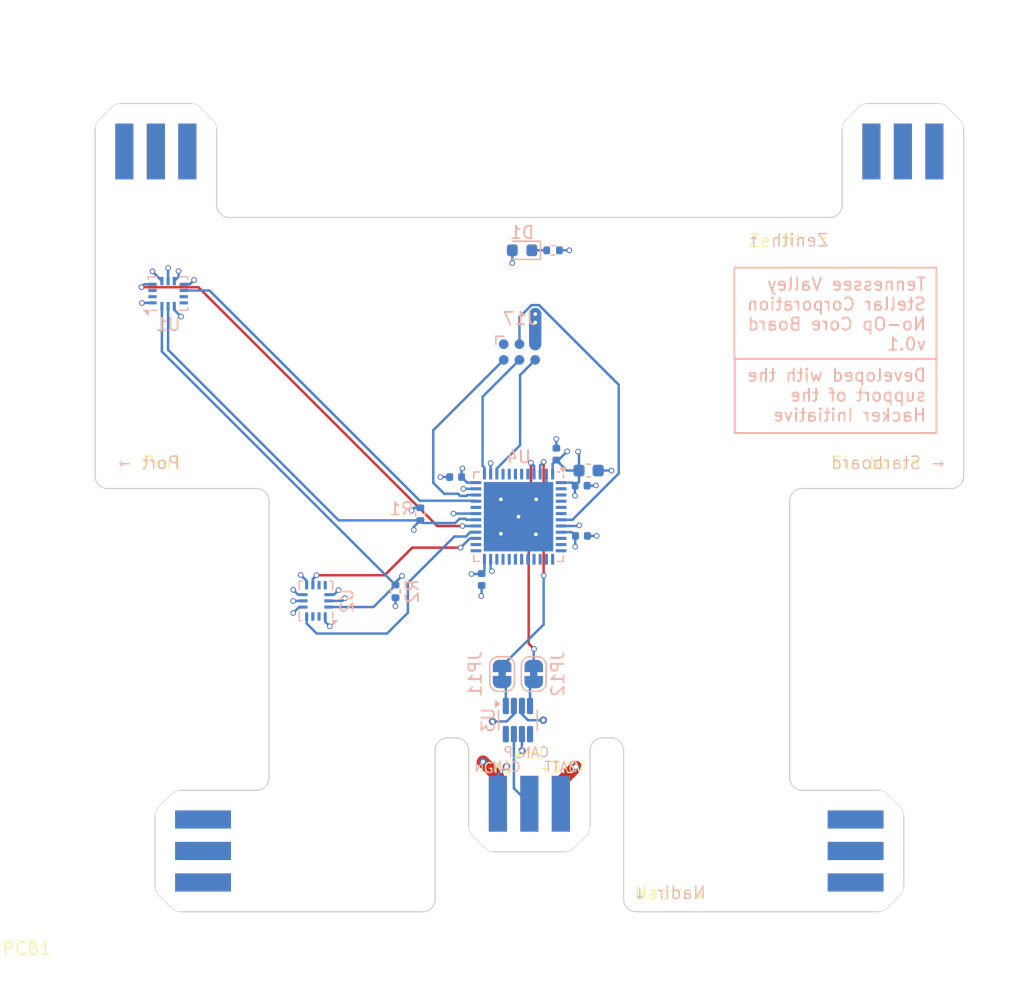
<source format=kicad_pcb>
(kicad_pcb (version 20221018) (generator pcbnew)
  (layers (0 "F.Cu" signal) (1 "In1.Cu" signal) (2 "In2.Cu" signal) (31 "B.Cu" signal) (34 "B.Paste" user) (35 "F.Paste" user) (36 "B.SilkS" user "B.Silkscreen") (37 "F.SilkS" user "F.Silkscreen") (38 "B.Mask" user) (39 "F.Mask" user) (44 "Edge.Cuts" user))
  (property "PCB_VERSION" "0.1")
  (net 0 "")
  (net 1 "GND")
  (net 2 "CAN_N")
  (net 3 "CAN_P")
  (net 4 "+3.3V")
  (net 11 "Net-(D1-K)")
  (net 12 "/MCU/DEBUG_LED_A")
  (net 13 "SWDIO")
  (net 14 "NRST")
  (net 15 "SWCLK")
  (net 16 "TRACESWO")
  (net 17 "Net-(JP11-A)")
  (net 18 "CAN1_TX")
  (net 19 "Net-(JP12-A)")
  (net 20 "CAN1_RX")
  (net 39 "I2C1_SCL")
  (net 40 "I2C1_SDA")
  (net 43 "IMU1_INT1")
  (net 44 "IMU1_INT2")
  (net 49 "IMU2_INT1")
  (net 50 "IMU2_INT2")
  (net 83 "VCC")
  (footprint "footprints:Core_Board_PCB_Shape" (layer "F.Cu") (at 105.29 128.843)
    (fp_text reference "PCB1" (at 0 -0.5 unlocked) (layer "F.SilkS") (effects (font (thickness 0.1)) (justify right)))
    (fp_text value "~")
    (fp_text user "Nadir ↓" (at 46.72 -5 unlocked) (layer "B.SilkS") (effects (font (thickness 0.1)) (justify right mirror)))
    (fp_text user "Port →" (at 10.4 -39.7 unlocked) (layer "B.SilkS") (effects (font (thickness 0.1)) (justify left mirror)))
    (fp_text user "← Starboard" (at 62.76 -39.7 unlocked) (layer "B.SilkS") (effects (font (thickness 0.1)) (justify right mirror)))
    (fp_text user "Zenith ↑" (at 55.91 -57.66 unlocked) (layer "B.SilkS") (effects (font (thickness 0.1)) (justify right mirror)))
    (fp_text user "Starboard →" (at 72.15 -39.7 unlocked) (layer "F.SilkS") (effects (font (thickness 0.1)) (justify right)))
    (fp_text user "Zenith ↑" (at 62.88 -57.62 unlocked) (layer "F.SilkS") (effects (font (thickness 0.1)) (justify right)))
    (fp_text user "← Port" (at 5.21 -39.7 unlocked) (layer "F.SilkS") (effects (font (thickness 0.1)) (justify left)))
    (fp_text user "Nadir ↓" (at 53 -5 unlocked) (layer "F.SilkS") (effects (font (thickness 0.1)) (justify right)))
    (fp_line (start 3.47 -66.655786) (end 3.47 -38.62) (stroke (width 0.1)) (layer "Edge.Cuts"))
    (fp_line (start 4.47 -37.62) (end 16.5 -37.62) (stroke (width 0.1)) (layer "Edge.Cuts"))
    (fp_line (start 4.807107 -68.407107) (end 3.762893 -67.362893) (stroke (width 0.05)) (layer "Edge.Cuts"))
    (fp_line (start 8.3 -11.225786) (end 8.3 -5.514214) (stroke (width 0.1)) (layer "Edge.Cuts"))
    (fp_line (start 8.592893 -4.807107) (end 9.637107 -3.762893) (stroke (width 0.05)) (layer "Edge.Cuts"))
    (fp_line (start 9.637107 -12.977107) (end 8.592893 -11.932893) (stroke (width 0.05)) (layer "Edge.Cuts"))
    (fp_line (start 10.344214 -3.47) (end 29.9 -3.47) (stroke (width 0.1)) (layer "Edge.Cuts"))
    (fp_line (start 11.225786 -68.7) (end 5.514214 -68.7) (stroke (width 0.1)) (layer "Edge.Cuts"))
    (fp_line (start 11.932893 -68.407107) (end 12.977107 -67.362893) (stroke (width 0.05)) (layer "Edge.Cuts"))
    (fp_line (start 13.27 -60.5) (end 13.27 -66.655786) (stroke (width 0.1)) (layer "Edge.Cuts"))
    (fp_line (start 16.5 -13.27) (end 10.344214 -13.27) (stroke (width 0.1)) (layer "Edge.Cuts"))
    (fp_line (start 17.5 -36.62) (end 17.5 -14.27) (stroke (width 0.1)) (layer "Edge.Cuts"))
    (fp_line (start 30.9 -4.47) (end 30.9 -16.5) (stroke (width 0.1)) (layer "Edge.Cuts"))
    (fp_line (start 31.9 -17.5) (end 32.6 -17.5) (stroke (width 0.1)) (layer "Edge.Cuts"))
    (fp_line (start 33.6 -16.5) (end 33.6 -10.344214) (stroke (width 0.1)) (layer "Edge.Cuts"))
    (fp_line (start 33.892893 -9.637107) (end 34.937107 -8.592893) (stroke (width 0.05)) (layer "Edge.Cuts"))
    (fp_line (start 35.644214 -8.3) (end 41.355786 -8.3) (stroke (width 0.1)) (layer "Edge.Cuts"))
    (fp_line (start 43.107107 -9.637107) (end 42.062893 -8.592893) (stroke (width 0.05)) (layer "Edge.Cuts"))
    (fp_line (start 43.4 -10.344214) (end 43.4 -16.5) (stroke (width 0.1)) (layer "Edge.Cuts"))
    (fp_line (start 44.4 -17.5) (end 45.1 -17.5) (stroke (width 0.1)) (layer "Edge.Cuts"))
    (fp_line (start 46.1 -16.5) (end 46.1 -4.47) (stroke (width 0.1)) (layer "Edge.Cuts"))
    (fp_line (start 47.1 -3.47) (end 66.655786 -3.47) (stroke (width 0.1)) (layer "Edge.Cuts"))
    (fp_line (start 59.5 -14.27) (end 59.5 -36.62) (stroke (width 0.1)) (layer "Edge.Cuts"))
    (fp_line (start 60.5 -37.62) (end 72.53 -37.62) (stroke (width 0.1)) (layer "Edge.Cuts"))
    (fp_line (start 62.73 -59.5) (end 14.27 -59.5) (stroke (width 0.1)) (layer "Edge.Cuts"))
    (fp_line (start 63.73 -66.655786) (end 63.73 -60.5) (stroke (width 0.1)) (layer "Edge.Cuts"))
    (fp_line (start 65.067107 -68.407107) (end 64.022893 -67.362893) (stroke (width 0.05)) (layer "Edge.Cuts"))
    (fp_line (start 66.655786 -13.27) (end 60.5 -13.27) (stroke (width 0.1)) (layer "Edge.Cuts"))
    (fp_line (start 67.362893 -12.977107) (end 68.407107 -11.932893) (stroke (width 0.05)) (layer "Edge.Cuts"))
    (fp_line (start 68.407107 -4.807107) (end 67.362893 -3.762893) (stroke (width 0.05)) (layer "Edge.Cuts"))
    (fp_line (start 68.7 -5.514214) (end 68.7 -11.225786) (stroke (width 0.1)) (layer "Edge.Cuts"))
    (fp_line (start 71.485786 -68.7) (end 65.774214 -68.7) (stroke (width 0.1)) (layer "Edge.Cuts"))
    (fp_line (start 72.192893 -68.407107) (end 73.237107 -67.362893) (stroke (width 0.05)) (layer "Edge.Cuts"))
    (fp_line (start 73.53 -38.62) (end 73.53 -66.655786) (stroke (width 0.1)) (layer "Edge.Cuts"))
    (fp_arc (start 3.47 -66.655786) (mid 3.546116 -67.038472) (end 3.762893 -67.362893) (stroke (width 0.05)) (layer "Edge.Cuts"))
    (fp_arc (start 4.47 -37.62) (mid 3.762893 -37.912893) (end 3.47 -38.62) (stroke (width 0.1)) (layer "Edge.Cuts"))
    (fp_arc (start 4.807107 -68.407107) (mid 5.131531 -68.623875) (end 5.514214 -68.7) (stroke (width 0.05)) (layer "Edge.Cuts"))
    (fp_arc (start 8.3 -11.225786) (mid 8.376116 -11.608472) (end 8.592893 -11.932893) (stroke (width 0.05)) (layer "Edge.Cuts"))
    (fp_arc (start 8.592893 -4.807107) (mid 8.376125 -5.131531) (end 8.3 -5.514214) (stroke (width 0.05)) (layer "Edge.Cuts"))
    (fp_arc (start 9.637107 -12.977107) (mid 9.961531 -13.193875) (end 10.344214 -13.27) (stroke (width 0.05)) (layer "Edge.Cuts"))
    (fp_arc (start 10.344214 -3.47) (mid 9.961528 -3.546116) (end 9.637107 -3.762893) (stroke (width 0.05)) (layer "Edge.Cuts"))
    (fp_arc (start 11.225786 -68.7) (mid 11.608472 -68.623884) (end 11.932893 -68.407107) (stroke (width 0.05)) (layer "Edge.Cuts"))
    (fp_arc (start 12.977107 -67.362893) (mid 13.193875 -67.038469) (end 13.27 -66.655786) (stroke (width 0.05)) (layer "Edge.Cuts"))
    (fp_arc (start 14.27 -59.5) (mid 13.562893 -59.792893) (end 13.27 -60.5) (stroke (width 0.1)) (layer "Edge.Cuts"))
    (fp_arc (start 16.5 -37.62) (mid 17.207107 -37.327107) (end 17.5 -36.62) (stroke (width 0.1)) (layer "Edge.Cuts"))
    (fp_arc (start 17.5 -14.27) (mid 17.207107 -13.562893) (end 16.5 -13.27) (stroke (width 0.1)) (layer "Edge.Cuts"))
    (fp_arc (start 30.9 -16.5) (mid 31.192893 -17.207107) (end 31.9 -17.5) (stroke (width 0.1)) (layer "Edge.Cuts"))
    (fp_arc (start 30.9 -4.47) (mid 30.607107 -3.762893) (end 29.9 -3.47) (stroke (width 0.1)) (layer "Edge.Cuts"))
    (fp_arc (start 32.6 -17.5) (mid 33.307107 -17.207107) (end 33.6 -16.5) (stroke (width 0.1)) (layer "Edge.Cuts"))
    (fp_arc (start 33.892893 -9.637107) (mid 33.676125 -9.961531) (end 33.6 -10.344214) (stroke (width 0.05)) (layer "Edge.Cuts"))
    (fp_arc (start 35.644214 -8.3) (mid 35.261528 -8.376116) (end 34.937107 -8.592893) (stroke (width 0.05)) (layer "Edge.Cuts"))
    (fp_arc (start 42.062893 -8.592893) (mid 41.738469 -8.376125) (end 41.355786 -8.3) (stroke (width 0.05)) (layer "Edge.Cuts"))
    (fp_arc (start 43.4 -16.5) (mid 43.692893 -17.207107) (end 44.4 -17.5) (stroke (width 0.1)) (layer "Edge.Cuts"))
    (fp_arc (start 43.4 -10.344214) (mid 43.323884 -9.961528) (end 43.107107 -9.637107) (stroke (width 0.05)) (layer "Edge.Cuts"))
    (fp_arc (start 45.1 -17.5) (mid 45.807107 -17.207107) (end 46.1 -16.5) (stroke (width 0.1)) (layer "Edge.Cuts"))
    (fp_arc (start 47.1 -3.47) (mid 46.392893 -3.762893) (end 46.1 -4.47) (stroke (width 0.1)) (layer "Edge.Cuts"))
    (fp_arc (start 59.5 -36.62) (mid 59.792893 -37.327107) (end 60.5 -37.62) (stroke (width 0.1)) (layer "Edge.Cuts"))
    (fp_arc (start 60.5 -13.27) (mid 59.792893 -13.562893) (end 59.5 -14.27) (stroke (width 0.1)) (layer "Edge.Cuts"))
    (fp_arc (start 63.73 -66.655786) (mid 63.806116 -67.038472) (end 64.022893 -67.362893) (stroke (width 0.05)) (layer "Edge.Cuts"))
    (fp_arc (start 63.73 -60.5) (mid 63.437107 -59.792893) (end 62.73 -59.5) (stroke (width 0.1)) (layer "Edge.Cuts"))
    (fp_arc (start 65.067107 -68.407107) (mid 65.391531 -68.623875) (end 65.774214 -68.7) (stroke (width 0.05)) (layer "Edge.Cuts"))
    (fp_arc (start 66.655786 -13.27) (mid 67.038472 -13.193884) (end 67.362893 -12.977107) (stroke (width 0.05)) (layer "Edge.Cuts"))
    (fp_arc (start 67.362893 -3.762893) (mid 67.038469 -3.546125) (end 66.655786 -3.47) (stroke (width 0.05)) (layer "Edge.Cuts"))
    (fp_arc (start 68.407107 -11.932893) (mid 68.623875 -11.608469) (end 68.7 -11.225786) (stroke (width 0.05)) (layer "Edge.Cuts"))
    (fp_arc (start 68.7 -5.514214) (mid 68.623884 -5.131528) (end 68.407107 -4.807107) (stroke (width 0.05)) (layer "Edge.Cuts"))
    (fp_arc (start 71.485786 -68.7) (mid 71.868472 -68.623884) (end 72.192893 -68.407107) (stroke (width 0.05)) (layer "Edge.Cuts"))
    (fp_arc (start 73.237107 -67.362893) (mid 73.453875 -67.038469) (end 73.53 -66.655786) (stroke (width 0.05)) (layer "Edge.Cuts"))
    (fp_arc (start 73.53 -38.62) (mid 73.237107 -37.912893) (end 72.53 -37.62) (stroke (width 0.1)) (layer "Edge.Cuts"))
    (pad "1" smd rect (at 35.96 -12.18) (size 1.46 4.5) (layers "F.Cu" "F.Paste" "F.Mask") (net 1 "GND"))
    (pad "2" smd rect (at 35.96 -12.18) (size 1.46 4.5) (layers "B.Cu" "B.Paste" "B.Mask") (net 2 "CAN_N"))
    (pad "3" smd rect (at 38.5 -12.18) (size 1.46 4.5) (layers "F.Cu" "F.Paste" "F.Mask"))
    (pad "4" smd rect (at 38.5 -12.18) (size 1.46 4.5) (layers "B.Cu" "B.Paste" "B.Mask") (net 3 "CAN_P"))
    (pad "5" smd rect (at 41.04 -12.18) (size 1.46 4.5) (layers "F.Cu" "F.Paste" "F.Mask") (net 4 "+3.3V"))
    (pad "6" smd rect (at 41.04 -12.18) (size 1.46 4.5) (layers "B.Cu" "B.Paste" "B.Mask"))
    (pad "7" smd rect (at 64.82 -5.83 90) (size 1.46 4.5) (layers "F.Cu" "F.Paste" "F.Mask"))
    (pad "8" smd rect (at 64.82 -5.83 90) (size 1.46 4.5) (layers "B.Cu" "B.Paste" "B.Mask"))
    (pad "9" smd rect (at 64.82 -8.37 90) (size 1.46 4.5) (layers "F.Cu" "F.Paste" "F.Mask"))
    (pad "10" smd rect (at 64.82 -8.37 90) (size 1.46 4.5) (layers "B.Cu" "B.Paste" "B.Mask"))
    (pad "11" smd rect (at 64.82 -10.91 90) (size 1.46 4.5) (layers "F.Cu" "F.Paste" "F.Mask"))
    (pad "12" smd rect (at 64.82 -10.91 90) (size 1.46 4.5) (layers "B.Cu" "B.Paste" "B.Mask"))
    (pad "13" smd rect (at 71.17 -64.82) (size 1.46 4.5) (layers "F.Cu" "F.Paste" "F.Mask"))
    (pad "14" smd rect (at 71.17 -64.82) (size 1.46 4.5) (layers "B.Cu" "B.Paste" "B.Mask"))
    (pad "15" smd rect (at 68.63 -64.82) (size 1.46 4.5) (layers "F.Cu" "F.Paste" "F.Mask"))
    (pad "16" smd rect (at 68.63 -64.82) (size 1.46 4.5) (layers "B.Cu" "B.Paste" "B.Mask"))
    (pad "17" smd rect (at 66.09 -64.82) (size 1.46 4.5) (layers "F.Cu" "F.Paste" "F.Mask"))
    (pad "18" smd rect (at 66.09 -64.82) (size 1.46 4.5) (layers "B.Cu" "B.Paste" "B.Mask"))
    (pad "19" smd rect (at 10.91 -64.82) (size 1.46 4.5) (layers "F.Cu" "F.Paste" "F.Mask"))
    (pad "20" smd rect (at 10.91 -64.82) (size 1.46 4.5) (layers "B.Cu" "B.Paste" "B.Mask"))
    (pad "21" smd rect (at 8.37 -64.82) (size 1.46 4.5) (layers "F.Cu" "F.Paste" "F.Mask"))
    (pad "22" smd rect (at 8.37 -64.82) (size 1.46 4.5) (layers "B.Cu" "B.Paste" "B.Mask"))
    (pad "23" smd rect (at 5.83 -64.82) (size 1.46 4.5) (layers "F.Cu" "F.Paste" "F.Mask"))
    (pad "24" smd rect (at 5.83 -64.82) (size 1.46 4.5) (layers "B.Cu" "B.Paste" "B.Mask"))
    (pad "25" smd rect (at 12.18 -10.91 90) (size 1.46 4.5) (layers "F.Cu" "F.Paste" "F.Mask"))
    (pad "26" smd rect (at 12.18 -10.91 90) (size 1.46 4.5) (layers "B.Cu" "B.Paste" "B.Mask"))
    (pad "27" smd rect (at 12.18 -8.37 90) (size 1.46 4.5) (layers "F.Cu" "F.Paste" "F.Mask"))
    (pad "28" smd rect (at 12.18 -8.37 90) (size 1.46 4.5) (layers "B.Cu" "B.Paste" "B.Mask"))
    (pad "29" smd rect (at 12.18 -5.83 90) (size 1.46 4.5) (layers "F.Cu" "F.Paste" "F.Mask"))
    (pad "30" smd rect (at 12.18 -5.83 90) (size 1.46 4.5) (layers "B.Cu" "B.Paste" "B.Mask"))
  )
  (footprint "footprints:Nondescript_C_0402_1005Metric" (layer "B.Cu") (at 139.94 98.563 -90)
    (fp_text reference "C5" hide)
    (fp_text value "100n")
    (pad "1" smd roundrect (at -0.48 0 270) (size 0.56 0.62) (layers "B.Cu" "B.Paste" "B.Mask") (net 4 "+3.3V"))
    (pad "2" smd roundrect (at 0.48 0 270) (size 0.56 0.62) (layers "B.Cu" "B.Paste" "B.Mask") (net 1 "GND"))
  )
  (footprint "Package_LGA:Bosch_LGA-14_3x2.5mm_P0.5mm" (layer "B.Cu") (at 114.6475 75.4855)
    (fp_text reference "U1" (at 0 2.5) (layer "B.SilkS") (effects (justify mirror)))
    (fp_text value "BMI323")
    (pad "1" smd rect (at -1.2625 0.75) (size 0.675 0.25) (layers "B.Cu" "B.Paste" "B.Mask") (net 1 "GND"))
    (pad "2" smd rect (at -1.2625 0.25) (size 0.675 0.25) (layers "B.Cu" "B.Paste" "B.Mask"))
    (pad "3" smd rect (at -1.2625 -0.25) (size 0.675 0.25) (layers "B.Cu" "B.Paste" "B.Mask"))
    (pad "4" smd rect (at -1.2625 -0.75) (size 0.675 0.25) (layers "B.Cu" "B.Paste" "B.Mask") (net 43 "IMU1_INT1"))
    (pad "5" smd rect (at -0.5 -1.0125) (size 0.25 0.675) (layers "B.Cu" "B.Paste" "B.Mask") (net 4 "+3.3V"))
    (pad "6" smd rect (at 0 -1.0125) (size 0.25 0.675) (layers "B.Cu" "B.Paste" "B.Mask") (net 1 "GND"))
    (pad "7" smd rect (at 0.5 -1.0125) (size 0.25 0.675) (layers "B.Cu" "B.Paste" "B.Mask") (net 1 "GND"))
    (pad "8" smd rect (at 1.2625 -0.75) (size 0.675 0.25) (layers "B.Cu" "B.Paste" "B.Mask") (net 4 "+3.3V"))
    (pad "9" smd rect (at 1.2625 -0.25) (size 0.675 0.25) (layers "B.Cu" "B.Paste" "B.Mask") (net 44 "IMU1_INT2"))
    (pad "10" smd rect (at 1.2625 0.25) (size 0.675 0.25) (layers "B.Cu" "B.Paste" "B.Mask"))
    (pad "11" smd rect (at 1.2625 0.75) (size 0.675 0.25) (layers "B.Cu" "B.Paste" "B.Mask"))
    (pad "12" smd rect (at 0.5 1.0125) (size 0.25 0.675) (layers "B.Cu" "B.Paste" "B.Mask") (net 4 "+3.3V"))
    (pad "13" smd rect (at 0 1.0125) (size 0.25 0.675) (layers "B.Cu" "B.Paste" "B.Mask") (net 39 "I2C1_SCL"))
    (pad "14" smd rect (at -0.5 1.0125) (size 0.25 0.675) (layers "B.Cu" "B.Paste" "B.Mask") (net 40 "I2C1_SDA"))
  )
  (footprint "footprints:Nondescript_C_0402_1005Metric" (layer "B.Cu") (at 137.84 90.293 180)
    (fp_text reference "C6" hide)
    (fp_text value "100n")
    (pad "1" smd roundrect (at -0.48 0 180) (size 0.56 0.62) (layers "B.Cu" "B.Paste" "B.Mask") (net 4 "+3.3V"))
    (pad "2" smd roundrect (at 0.48 0 180) (size 0.56 0.62) (layers "B.Cu" "B.Paste" "B.Mask") (net 1 "GND"))
  )
  (footprint "Package_TO_SOT_SMD:SOT-23-8" (layer "B.Cu") (at 142.865 109.9055 -90)
    (fp_text reference "U3" (at 0 2.4 90) (layer "B.SilkS") (effects (justify mirror)))
    (fp_text value "TCAN330")
    (pad "1" smd roundrect (at -1.1375 0.975 270) (size 1.325 0.5) (layers "B.Cu" "B.Paste" "B.Mask") (net 17 "Net-(JP11-A)"))
    (pad "2" smd roundrect (at -1.1375 0.325 270) (size 1.325 0.5) (layers "B.Cu" "B.Paste" "B.Mask") (net 1 "GND"))
    (pad "3" smd roundrect (at -1.1375 -0.325 270) (size 1.325 0.5) (layers "B.Cu" "B.Paste" "B.Mask") (net 4 "+3.3V"))
    (pad "4" smd roundrect (at -1.1375 -0.975 270) (size 1.325 0.5) (layers "B.Cu" "B.Paste" "B.Mask") (net 19 "Net-(JP12-A)"))
    (pad "5" smd roundrect (at 1.1375 -0.975 270) (size 1.325 0.5) (layers "B.Cu" "B.Paste" "B.Mask"))
    (pad "6" smd roundrect (at 1.1375 -0.325 270) (size 1.325 0.5) (layers "B.Cu" "B.Paste" "B.Mask") (net 2 "CAN_N"))
    (pad "7" smd roundrect (at 1.1375 0.325 270) (size 1.325 0.5) (layers "B.Cu" "B.Paste" "B.Mask") (net 3 "CAN_P"))
    (pad "8" smd roundrect (at 1.1375 0.975 270) (size 1.325 0.5) (layers "B.Cu" "B.Paste" "B.Mask"))
  )
  (footprint "Package_LGA:Bosch_LGA-14_3x2.5mm_P0.5mm" (layer "B.Cu") (at 126.5725 100.2855 90)
    (fp_text reference "U2" (at 0 2.5 90) (layer "B.SilkS") (effects (justify mirror)))
    (fp_text value "BMI323")
    (pad "1" smd rect (at -1.2625 0.75 90) (size 0.675 0.25) (layers "B.Cu" "B.Paste" "B.Mask") (net 4 "+3.3V"))
    (pad "2" smd rect (at -1.2625 0.25 90) (size 0.675 0.25) (layers "B.Cu" "B.Paste" "B.Mask"))
    (pad "3" smd rect (at -1.2625 -0.25 90) (size 0.675 0.25) (layers "B.Cu" "B.Paste" "B.Mask"))
    (pad "4" smd rect (at -1.2625 -0.75 90) (size 0.675 0.25) (layers "B.Cu" "B.Paste" "B.Mask") (net 49 "IMU2_INT1"))
    (pad "5" smd rect (at -0.5 -1.0125 90) (size 0.25 0.675) (layers "B.Cu" "B.Paste" "B.Mask") (net 4 "+3.3V"))
    (pad "6" smd rect (at 0 -1.0125 90) (size 0.25 0.675) (layers "B.Cu" "B.Paste" "B.Mask") (net 1 "GND"))
    (pad "7" smd rect (at 0.5 -1.0125 90) (size 0.25 0.675) (layers "B.Cu" "B.Paste" "B.Mask") (net 1 "GND"))
    (pad "8" smd rect (at 1.2625 -0.75 90) (size 0.675 0.25) (layers "B.Cu" "B.Paste" "B.Mask") (net 4 "+3.3V"))
    (pad "9" smd rect (at 1.2625 -0.25 90) (size 0.675 0.25) (layers "B.Cu" "B.Paste" "B.Mask") (net 50 "IMU2_INT2"))
    (pad "10" smd rect (at 1.2625 0.25 90) (size 0.675 0.25) (layers "B.Cu" "B.Paste" "B.Mask"))
    (pad "11" smd rect (at 1.2625 0.75 90) (size 0.675 0.25) (layers "B.Cu" "B.Paste" "B.Mask"))
    (pad "12" smd rect (at 0.5 1.0125 90) (size 0.25 0.675) (layers "B.Cu" "B.Paste" "B.Mask") (net 4 "+3.3V"))
    (pad "13" smd rect (at 0 1.0125 90) (size 0.25 0.675) (layers "B.Cu" "B.Paste" "B.Mask") (net 39 "I2C1_SCL"))
    (pad "14" smd rect (at -0.5 1.0125 90) (size 0.25 0.675) (layers "B.Cu" "B.Paste" "B.Mask") (net 40 "I2C1_SDA"))
  )
  (footprint "Connector:Tag-Connect_TC2030-IDC-NL_2x03_P1.27mm_Vertical" (layer "B.Cu") (at 142.99 80.203)
    (fp_text reference "J17" (at 0 -2.7) (layer "B.SilkS") (effects (justify mirror)))
    (fp_text value "STLINK_TagConnect_6")
    (pad "" np_thru_hole circle (at -2.54 0) (size 0.9906 0.9906) (drill 0.9906) (layers "*.Cu" "*.Mask"))
    (pad "" np_thru_hole circle (at 2.54 -1.016) (size 0.9906 0.9906) (drill 0.9906) (layers "*.Cu" "*.Mask"))
    (pad "" np_thru_hole circle (at 2.54 1.016) (size 0.9906 0.9906) (drill 0.9906) (layers "*.Cu" "*.Mask"))
    (pad "1" connect circle (at -1.27 -0.635) (size 0.7874 0.7874) (layers "B.Cu" "B.Mask") (net 83 "VCC"))
    (pad "2" connect circle (at -1.27 0.635) (size 0.7874 0.7874) (layers "B.Cu" "B.Mask") (net 13 "SWDIO"))
    (pad "3" connect circle (at 0 -0.635) (size 0.7874 0.7874) (layers "B.Cu" "B.Mask") (net 14 "NRST"))
    (pad "4" connect circle (at 0 0.635) (size 0.7874 0.7874) (layers "B.Cu" "B.Mask") (net 15 "SWCLK"))
    (pad "5" connect circle (at 1.27 -0.635) (size 0.7874 0.7874) (layers "B.Cu" "B.Mask") (net 1 "GND"))
    (pad "6" connect circle (at 1.27 0.635) (size 0.7874 0.7874) (layers "B.Cu" "B.Mask") (net 16 "TRACESWO"))
  )
  (footprint "Jumper:SolderJumper-2_P1.3mm_Bridged_RoundedPad1.0x1.5mm" (layer "B.Cu") (at 141.59 106.193 90)
    (fp_text reference "JP11" (at 0 -2.175 90) (layer "B.SilkS") (effects (justify mirror)))
    (fp_text value "SolderJumper_2_Bridged")
    (fp_poly (pts (xy 0.25 0.3) (xy -0.25 0.3) (xy -0.25 -0.3) (xy 0.25 -0.3)) (fill solid) (layer "B.Cu"))
    (pad "1" smd custom (at -0.65 0 90) (size 1 0.5) (layers "B.Cu" "B.Mask") (net 17 "Net-(JP11-A)") (options (clearance outline) (anchor rect)) (primitives (gr_circle (center 0 -0.25) (end 0.5 -0.25) (width 0) (fill yes)) (gr_circle (center 0 0.25) (end 0.5 0.25) (width 0) (fill yes)) (gr_poly (pts (xy 0.5 -0.75) (xy 0 -0.75) (xy 0 0.75) (xy 0.5 0.75)) (width 0) (fill yes))))
    (pad "2" smd custom (at 0.65 0 90) (size 1 0.5) (layers "B.Cu" "B.Mask") (net 18 "CAN1_TX") (options (clearance outline) (anchor rect)) (primitives (gr_circle (center 0 -0.25) (end 0.5 -0.25) (width 0) (fill yes)) (gr_circle (center 0 0.25) (end 0.5 0.25) (width 0) (fill yes)) (gr_poly (pts (xy 0 -0.75) (xy -0.5 -0.75) (xy -0.5 0.75) (xy 0 0.75)) (width 0) (fill yes))))
  )
  (footprint "footprints:Nondescript_R_0402_1005Metric" (layer "B.Cu") (at 145.7 71.993)
    (fp_text reference "R3" hide)
    (fp_text value "2.21k")
    (pad "1" smd roundrect (at -0.51 0) (size 0.54 0.64) (layers "B.Cu" "B.Paste" "B.Mask") (net 11 "Net-(D1-K)"))
    (pad "2" smd roundrect (at 0.51 0) (size 0.54 0.64) (layers "B.Cu" "B.Paste" "B.Mask") (net 1 "GND"))
  )
  (footprint "footprints:Nondescript_C_0402_1005Metric" (layer "B.Cu") (at 145.965 88.443 90)
    (fp_text reference "C2" hide)
    (fp_text value "100n")
    (pad "1" smd roundrect (at -0.48 0 90) (size 0.56 0.62) (layers "B.Cu" "B.Paste" "B.Mask") (net 4 "+3.3V"))
    (pad "2" smd roundrect (at 0.48 0 90) (size 0.56 0.62) (layers "B.Cu" "B.Paste" "B.Mask") (net 1 "GND"))
  )
  (footprint "Jumper:SolderJumper-2_P1.3mm_Bridged_RoundedPad1.0x1.5mm" (layer "B.Cu") (at 144.14 106.193 90)
    (fp_text reference "JP12" (at 0 1.95 90) (layer "B.SilkS") (effects (justify mirror)))
    (fp_text value "SolderJumper_2_Bridged")
    (fp_poly (pts (xy 0.25 0.3) (xy -0.25 0.3) (xy -0.25 -0.3) (xy 0.25 -0.3)) (fill solid) (layer "B.Cu"))
    (pad "1" smd custom (at -0.65 0 90) (size 1 0.5) (layers "B.Cu" "B.Mask") (net 19 "Net-(JP12-A)") (options (clearance outline) (anchor rect)) (primitives (gr_circle (center 0 -0.25) (end 0.5 -0.25) (width 0) (fill yes)) (gr_circle (center 0 0.25) (end 0.5 0.25) (width 0) (fill yes)) (gr_poly (pts (xy 0.5 -0.75) (xy 0 -0.75) (xy 0 0.75) (xy 0.5 0.75)) (width 0) (fill yes))))
    (pad "2" smd custom (at 0.65 0 90) (size 1 0.5) (layers "B.Cu" "B.Mask") (net 20 "CAN1_RX") (options (clearance outline) (anchor rect)) (primitives (gr_circle (center 0 -0.25) (end 0.5 -0.25) (width 0) (fill yes)) (gr_circle (center 0 0.25) (end 0.5 0.25) (width 0) (fill yes)) (gr_poly (pts (xy 0 -0.75) (xy -0.5 -0.75) (xy -0.5 0.75) (xy 0 0.75)) (width 0) (fill yes))))
  )
  (footprint "footprints:Nondescript_C_0402_1005Metric" (layer "B.Cu") (at 147.965 90.993)
    (fp_text reference "C3" hide)
    (fp_text value "100n")
    (pad "1" smd roundrect (at -0.48 0) (size 0.56 0.62) (layers "B.Cu" "B.Paste" "B.Mask") (net 4 "+3.3V"))
    (pad "2" smd roundrect (at 0.48 0) (size 0.56 0.62) (layers "B.Cu" "B.Paste" "B.Mask") (net 1 "GND"))
  )
  (footprint "footprints:Nondescript_C_0402_1005Metric" (layer "B.Cu") (at 147.99 95.043)
    (fp_text reference "C4" hide)
    (fp_text value "100n")
    (pad "1" smd roundrect (at -0.48 0) (size 0.56 0.62) (layers "B.Cu" "B.Paste" "B.Mask") (net 4 "+3.3V"))
    (pad "2" smd roundrect (at 0.48 0) (size 0.56 0.62) (layers "B.Cu" "B.Paste" "B.Mask") (net 1 "GND"))
  )
  (footprint "Resistor_SMD:R_0402_1005Metric" (layer "B.Cu") (at 132.99 99.518 90)
    (fp_text reference "R2" (at 0 1.35 90) (layer "B.SilkS") (effects (justify mirror)))
    (fp_text value "1k5")
    (pad "1" smd roundrect (at -0.51 0 90) (size 0.54 0.64) (layers "B.Cu" "B.Paste" "B.Mask") (net 4 "+3.3V"))
    (pad "2" smd roundrect (at 0.51 0 90) (size 0.54 0.64) (layers "B.Cu" "B.Paste" "B.Mask") (net 40 "I2C1_SDA"))
  )
  (footprint "footprints:Nondescript_C_0603_1608Metric" (layer "B.Cu") (at 148.565 89.768)
    (fp_text reference "C1" hide)
    (fp_text value "10u")
    (pad "1" smd roundrect (at -0.775 0) (size 0.9 0.95) (layers "B.Cu" "B.Paste" "B.Mask") (net 4 "+3.3V"))
    (pad "2" smd roundrect (at 0.775 0) (size 0.9 0.95) (layers "B.Cu" "B.Paste" "B.Mask") (net 1 "GND"))
  )
  (footprint "LED_SMD:LED_0603_1608Metric" (layer "B.Cu") (at 143.2025 71.993 180)
    (fp_text reference "D1" (at 0 1.43) (layer "B.SilkS") (effects (justify mirror)))
    (fp_text value "Blue LED")
    (pad "1" smd roundrect (at -0.7875 0 180) (size 0.875 0.95) (layers "B.Cu" "B.Paste" "B.Mask") (net 11 "Net-(D1-K)"))
    (pad "2" smd roundrect (at 0.7875 0 180) (size 0.875 0.95) (layers "B.Cu" "B.Paste" "B.Mask") (net 12 "/MCU/DEBUG_LED_A"))
  )
  (footprint "Package_DFN_QFN:QFN-48-1EP_7x7mm_P0.5mm_EP5.6x5.6mm" (layer "B.Cu") (at 142.915 93.493 180)
    (fp_text reference "U4" (at 0 4.83) (layer "B.SilkS") (effects (justify mirror)))
    (fp_text value "STM32L452CEU6")
    (pad "1" smd roundrect (at -3.4375 2.75 180) (size 0.875 0.25) (layers "B.Cu" "B.Paste" "B.Mask") (net 4 "+3.3V"))
    (pad "2" smd roundrect (at -3.4375 2.25 180) (size 0.875 0.25) (layers "B.Cu" "B.Paste" "B.Mask"))
    (pad "3" smd roundrect (at -3.4375 1.75 180) (size 0.875 0.25) (layers "B.Cu" "B.Paste" "B.Mask"))
    (pad "4" smd roundrect (at -3.4375 1.25 180) (size 0.875 0.25) (layers "B.Cu" "B.Paste" "B.Mask"))
    (pad "5" smd roundrect (at -3.4375 0.75 180) (size 0.875 0.25) (layers "B.Cu" "B.Paste" "B.Mask"))
    (pad "6" smd roundrect (at -3.4375 0.25 180) (size 0.875 0.25) (layers "B.Cu" "B.Paste" "B.Mask"))
    (pad "7" smd roundrect (at -3.4375 -0.25 180) (size 0.875 0.25) (layers "B.Cu" "B.Paste" "B.Mask") (net 14 "NRST"))
    (pad "8" smd roundrect (at -3.4375 -0.75 180) (size 0.875 0.25) (layers "B.Cu" "B.Paste" "B.Mask") (net 1 "GND"))
    (pad "9" smd roundrect (at -3.4375 -1.25 180) (size 0.875 0.25) (layers "B.Cu" "B.Paste" "B.Mask") (net 4 "+3.3V"))
    (pad "10" smd roundrect (at -3.4375 -1.75 180) (size 0.875 0.25) (layers "B.Cu" "B.Paste" "B.Mask"))
    (pad "11" smd roundrect (at -3.4375 -2.25 180) (size 0.875 0.25) (layers "B.Cu" "B.Paste" "B.Mask"))
    (pad "12" smd roundrect (at -3.4375 -2.75 180) (size 0.875 0.25) (layers "B.Cu" "B.Paste" "B.Mask"))
    (pad "13" smd roundrect (at -2.75 -3.4375 180) (size 0.25 0.875) (layers "B.Cu" "B.Paste" "B.Mask"))
    (pad "14" smd roundrect (at -2.25 -3.4375 180) (size 0.25 0.875) (layers "B.Cu" "B.Paste" "B.Mask"))
    (pad "15" smd roundrect (at -1.75 -3.4375 180) (size 0.25 0.875) (layers "B.Cu" "B.Paste" "B.Mask"))
    (pad "16" smd roundrect (at -1.25 -3.4375 180) (size 0.25 0.875) (layers "B.Cu" "B.Paste" "B.Mask"))
    (pad "17" smd roundrect (at -0.75 -3.4375 180) (size 0.25 0.875) (layers "B.Cu" "B.Paste" "B.Mask"))
    (pad "18" smd roundrect (at -0.25 -3.4375 180) (size 0.25 0.875) (layers "B.Cu" "B.Paste" "B.Mask"))
    (pad "19" smd roundrect (at 0.25 -3.4375 180) (size 0.25 0.875) (layers "B.Cu" "B.Paste" "B.Mask"))
    (pad "20" smd roundrect (at 0.75 -3.4375 180) (size 0.25 0.875) (layers "B.Cu" "B.Paste" "B.Mask"))
    (pad "21" smd roundrect (at 1.25 -3.4375 180) (size 0.25 0.875) (layers "B.Cu" "B.Paste" "B.Mask"))
    (pad "22" smd roundrect (at 1.75 -3.4375 180) (size 0.25 0.875) (layers "B.Cu" "B.Paste" "B.Mask"))
    (pad "23" smd roundrect (at 2.25 -3.4375 180) (size 0.25 0.875) (layers "B.Cu" "B.Paste" "B.Mask") (net 1 "GND"))
    (pad "24" smd roundrect (at 2.75 -3.4375 180) (size 0.25 0.875) (layers "B.Cu" "B.Paste" "B.Mask") (net 4 "+3.3V"))
    (pad "25" smd roundrect (at 3.4375 -2.75 180) (size 0.875 0.25) (layers "B.Cu" "B.Paste" "B.Mask"))
    (pad "26" smd roundrect (at 3.4375 -2.25 180) (size 0.875 0.25) (layers "B.Cu" "B.Paste" "B.Mask"))
    (pad "27" smd roundrect (at 3.4375 -1.75 180) (size 0.875 0.25) (layers "B.Cu" "B.Paste" "B.Mask") (net 50 "IMU2_INT2"))
    (pad "28" smd roundrect (at 3.4375 -1.25 180) (size 0.875 0.25) (layers "B.Cu" "B.Paste" "B.Mask") (net 49 "IMU2_INT1"))
    (pad "29" smd roundrect (at 3.4375 -0.75 180) (size 0.875 0.25) (layers "B.Cu" "B.Paste" "B.Mask") (net 43 "IMU1_INT1"))
    (pad "30" smd roundrect (at 3.4375 -0.25 180) (size 0.875 0.25) (layers "B.Cu" "B.Paste" "B.Mask") (net 39 "I2C1_SCL"))
    (pad "31" smd roundrect (at 3.4375 0.25 180) (size 0.875 0.25) (layers "B.Cu" "B.Paste" "B.Mask") (net 40 "I2C1_SDA"))
    (pad "32" smd roundrect (at 3.4375 0.75 180) (size 0.875 0.25) (layers "B.Cu" "B.Paste" "B.Mask"))
    (pad "33" smd roundrect (at 3.4375 1.25 180) (size 0.875 0.25) (layers "B.Cu" "B.Paste" "B.Mask") (net 44 "IMU1_INT2"))
    (pad "34" smd roundrect (at 3.4375 1.75 180) (size 0.875 0.25) (layers "B.Cu" "B.Paste" "B.Mask") (net 13 "SWDIO"))
    (pad "35" smd roundrect (at 3.4375 2.25 180) (size 0.875 0.25) (layers "B.Cu" "B.Paste" "B.Mask") (net 1 "GND"))
    (pad "36" smd roundrect (at 3.4375 2.75 180) (size 0.875 0.25) (layers "B.Cu" "B.Paste" "B.Mask") (net 4 "+3.3V"))
    (pad "37" smd roundrect (at 2.75 3.4375 180) (size 0.25 0.875) (layers "B.Cu" "B.Paste" "B.Mask") (net 15 "SWCLK"))
    (pad "38" smd roundrect (at 2.25 3.4375 180) (size 0.25 0.875) (layers "B.Cu" "B.Paste" "B.Mask") (net 12 "/MCU/DEBUG_LED_A"))
    (pad "39" smd roundrect (at 1.75 3.4375 180) (size 0.25 0.875) (layers "B.Cu" "B.Paste" "B.Mask") (net 16 "TRACESWO"))
    (pad "40" smd roundrect (at 1.25 3.4375 180) (size 0.25 0.875) (layers "B.Cu" "B.Paste" "B.Mask"))
    (pad "41" smd roundrect (at 0.75 3.4375 180) (size 0.25 0.875) (layers "B.Cu" "B.Paste" "B.Mask"))
    (pad "42" smd roundrect (at 0.25 3.4375 180) (size 0.25 0.875) (layers "B.Cu" "B.Paste" "B.Mask"))
    (pad "43" smd roundrect (at -0.25 3.4375 180) (size 0.25 0.875) (layers "B.Cu" "B.Paste" "B.Mask"))
    (pad "44" smd roundrect (at -0.75 3.4375 180) (size 0.25 0.875) (layers "B.Cu" "B.Paste" "B.Mask"))
    (pad "45" smd roundrect (at -1.25 3.4375 180) (size 0.25 0.875) (layers "B.Cu" "B.Paste" "B.Mask") (net 20 "CAN1_RX"))
    (pad "46" smd roundrect (at -1.75 3.4375 180) (size 0.25 0.875) (layers "B.Cu" "B.Paste" "B.Mask") (net 18 "CAN1_TX"))
    (pad "47" smd roundrect (at -2.25 3.4375 180) (size 0.25 0.875) (layers "B.Cu" "B.Paste" "B.Mask") (net 1 "GND"))
    (pad "48" smd roundrect (at -2.75 3.4375 180) (size 0.25 0.875) (layers "B.Cu" "B.Paste" "B.Mask") (net 4 "+3.3V"))
    (pad "49" smd rect (at 0 0 180) (size 5.6 5.6) (property pad_prop_heatsink) (layers "B.Cu" "B.Mask") (net 1 "GND"))
  )
  (footprint "Resistor_SMD:R_0402_1005Metric" (layer "B.Cu") (at 134.99 93.283 -90)
    (fp_text reference "R1" (at -0.425 1.525 -180) (layer "B.SilkS") (effects (justify mirror)))
    (fp_text value "1k5")
    (pad "1" smd roundrect (at -0.51 0 270) (size 0.54 0.64) (layers "B.Cu" "B.Paste" "B.Mask") (net 4 "+3.3V"))
    (pad "2" smd roundrect (at 0.51 0 270) (size 0.54 0.64) (layers "B.Cu" "B.Paste" "B.Mask") (net 39 "I2C1_SCL"))
  )
  (gr_text "CAN_P" (at 143.54 112.968) (layer "B.SilkS") (effects (font (size 0.8 0.8) (thickness 0.1)) (justify bottom mirror)))
  (gr_text "CAN_N" (at 141.215 114.143) (layer "B.SilkS") (effects (font (size 0.8 0.8) (thickness 0.1)) (justify bottom mirror)))
  (gr_text "BATT" (at 146.365 114.143) (layer "B.SilkS") (effects (font (size 0.8 0.8) (thickness 0.1)) (justify bottom mirror)))
  (gr_text "+3.3V" (at 146.39 114.243) (layer "F.SilkS") (effects (font (size 0.8 0.8) (thickness 0.1)) (justify bottom)))
  (gr_text "GND" (at 141.315 114.243) (layer "F.SilkS") (effects (font (size 0.8 0.8) (thickness 0.1)) (justify bottom)))
  (gr_text "+5V" (at 143.665 113.093) (layer "F.SilkS") (effects (font (size 0.8 0.8) (thickness 0.1)) (justify bottom)))
  (gr_text_box "Tennessee Valley Stellar Corporation\nNo-Op Core Board v${PCB_VERSION}\n" (start 160.326541 73.393959) (end 176.62846 80.743) (layer "B.SilkS") (effects (font (size 1 1)) (justify left top mirror)) (stroke (width 0.15)))
  (gr_text_box "Developed with the support of the Hacker Initiative" (start 160.3525 80.743) (end 176.6275 86.743) (layer "B.SilkS") (effects (font (size 1 1)) (justify left top mirror)) (stroke (width 0.15)))
  (segment (start 141.25 116.663) (end 141.25 114.463) (width 1) (layer "F.Cu") (net 1))
  (segment (start 141.25 114.463) (end 140.05 113.263) (width 1) (layer "F.Cu") (net 1))
  (via (at 149.165 90.968) (size 0.45) (drill 0.3) (layers "F.Cu" "B.Cu") (net 1))
  (via (at 144.265 77.143) (size 0.45) (drill 0.3) (layers "F.Cu" "B.Cu") (net 1))
  (via (at 114.6475 73.418) (size 0.45) (drill 0.3) (layers "F.Cu" "B.Cu") (net 1))
  (via (at 136.615 90.293) (size 0.45) (drill 0.3) (layers "F.Cu" "B.Cu") (net 1))
  (via (at 140.815 110.018) (size 0.6) (drill 0.3) (layers "F.Cu" "B.Cu") (net 1))
  (via (at 142.915 93.493) (size 0.45) (drill 0.3) (layers "F.Cu" "B.Cu") (net 1))
  (via (at 141.49 94.868) (size 0.45) (drill 0.3) (layers "F.Cu" "B.Cu") (net 1))
  (via (at 124.74 99.393) (size 0.45) (drill 0.3) (layers "F.Cu" "B.Cu") (net 1))
  (via (at 150.415 89.768) (size 0.45) (drill 0.3) (layers "F.Cu" "B.Cu") (net 1))
  (via (at 139.915 99.893) (size 0.45) (drill 0.3) (layers "F.Cu" "B.Cu") (net 1))
  (via (at 149.215 95.043) (size 0.45) (drill 0.3) (layers "F.Cu" "B.Cu") (net 1))
  (via (at 144.34 92.093) (size 0.45) (drill 0.3) (layers "F.Cu" "B.Cu") (net 1))
  (via (at 147.815 94.193) (size 0.45) (drill 0.3) (layers "F.Cu" "B.Cu") (net 1))
  (via (at 141.49 92.093) (size 0.45) (drill 0.3) (layers "F.Cu" "B.Cu") (net 1))
  (via (at 145.965 87.218) (size 0.45) (drill 0.3) (layers "F.Cu" "B.Cu") (net 1))
  (via (at 144.315 94.918) (size 0.45) (drill 0.3) (layers "F.Cu" "B.Cu") (net 1))
  (via (at 144.265 77.818) (size 0.45) (drill 0.3) (layers "F.Cu" "B.Cu") (net 1))
  (via (at 147.015 71.993) (size 0.45) (drill 0.3) (layers "F.Cu" "B.Cu") (net 1))
  (via (at 138.465 91.243) (size 0.45) (drill 0.3) (layers "F.Cu" "B.Cu") (net 1))
  (via (at 140.765 97.893) (size 0.45) (drill 0.3) (layers "F.Cu" "B.Cu") (net 1))
  (via (at 115.49 73.668) (size 0.45) (drill 0.3) (layers "F.Cu" "B.Cu") (net 1))
  (via (at 124.74 100.293) (size 0.45) (drill 0.3) (layers "F.Cu" "B.Cu") (net 1))
  (via (at 140.05 113.263) (size 0.6) (drill 0.3) (layers "F.Cu" "B.Cu") (net 1))
  (via (at 112.54 76.243) (size 0.45) (drill 0.3) (layers "F.Cu" "B.Cu") (net 1))
  (segment (start 145.165 90.0555) (end 145.165 91.268) (width 0.2) (layer "B.Cu") (net 1))
  (segment (start 144.26 79.568) (end 144.26 77.148) (width 1) (layer "B.Cu") (net 1))
  (segment (start 124.7475 100.2855) (end 124.74 100.293) (width 0.2) (layer "B.Cu") (net 1))
  (segment (start 148.47 95.043) (end 149.215 95.043) (width 0.2) (layer "B.Cu") (net 1))
  (segment (start 115.49 73.668) (end 115.49 74.1305) (width 0.2) (layer "B.Cu") (net 1))
  (segment (start 139.4775 91.243) (end 138.465 91.243) (width 0.2) (layer "B.Cu") (net 1))
  (segment (start 115.49 74.1305) (end 115.1475 74.473) (width 0.2) (layer "B.Cu") (net 1))
  (segment (start 113.385 76.2355) (end 112.5475 76.2355) (width 0.2) (layer "B.Cu") (net 1))
  (segment (start 112.5475 76.2355) (end 112.54 76.243) (width 0.2) (layer "B.Cu") (net 1))
  (segment (start 144.26 77.148) (end 144.265 77.143) (width 1) (layer "B.Cu") (net 1))
  (segment (start 139.94 99.868) (end 139.915 99.893) (width 0.2) (layer "B.Cu") (net 1))
  (segment (start 141.952499 110.018) (end 140.815 110.018) (width 0.2) (layer "B.Cu") (net 1))
  (segment (start 147.765 94.243) (end 147.815 94.193) (width 0.2) (layer "B.Cu") (net 1))
  (segment (start 142.54 108.768) (end 142.54 109.430499) (width 0.2) (layer "B.Cu") (net 1))
  (segment (start 140.665 96.9305) (end 140.665 97.793) (width 0.2) (layer "B.Cu") (net 1))
  (segment (start 146.3525 94.243) (end 147.765 94.243) (width 0.2) (layer "B.Cu") (net 1))
  (segment (start 139.94 99.043) (end 139.94 99.868) (width 0.2) (layer "B.Cu") (net 1))
  (segment (start 149.14 90.993) (end 149.165 90.968) (width 0.2) (layer "B.Cu") (net 1))
  (segment (start 125.56 100.2855) (end 124.7475 100.2855) (width 0.2) (layer "B.Cu") (net 1))
  (segment (start 149.34 89.768) (end 150.415 89.768) (width 0.2) (layer "B.Cu") (net 1))
  (segment (start 146.21 71.993) (end 147.015 71.993) (width 0.2) (layer "B.Cu") (net 1))
  (segment (start 142.54 109.430499) (end 141.952499 110.018) (width 0.2) (layer "B.Cu") (net 1))
  (segment (start 148.445 90.993) (end 149.14 90.993) (width 0.2) (layer "B.Cu") (net 1))
  (segment (start 125.1325 99.7855) (end 124.74 99.393) (width 0.2) (layer "B.Cu") (net 1))
  (segment (start 114.6475 73.418) (end 114.6475 74.473) (width 0.2) (layer "B.Cu") (net 1))
  (segment (start 145.965 87.963) (end 145.965 87.218) (width 0.2) (layer "B.Cu") (net 1))
  (segment (start 125.56 99.7855) (end 125.1325 99.7855) (width 0.2) (layer "B.Cu") (net 1))
  (segment (start 140.665 97.793) (end 140.765 97.893) (width 0.2) (layer "B.Cu") (net 1))
  (segment (start 136.615 90.293) (end 137.36 90.293) (width 0.2) (layer "B.Cu") (net 1))
  (via (at 141.94 113.668) (size 0.6) (drill 0.3) (layers "F.Cu" "B.Cu") (net 2))
  (via (at 143.19 112.393) (size 0.6) (drill 0.3) (layers "F.Cu" "B.Cu") (net 2))
  (segment (start 141.25 114.358) (end 141.25 116.663) (width 0.2) (layer "B.Cu") (net 2))
  (segment (start 141.94 113.668) (end 141.25 114.358) (width 0.2) (layer "B.Cu") (net 2))
  (segment (start 143.19 112.393) (end 143.19 111.043) (width 0.2) (layer "B.Cu") (net 2))
  (segment (start 143.79 116.663) (end 142.54 115.413) (width 0.2) (layer "B.Cu") (net 3))
  (segment (start 142.54 115.413) (end 142.54 111.043) (width 0.2) (layer "B.Cu") (net 3))
  (segment (start 146.33 114.893) (end 146.33 116.663) (width 1) (layer "F.Cu") (net 4))
  (segment (start 147.53 113.693) (end 146.33 114.893) (width 1) (layer "F.Cu") (net 4))
  (via (at 147.53 113.693) (size 0.6) (drill 0.3) (layers "F.Cu" "B.Cu") (net 4))
  (via (at 147.49 95.918) (size 0.45) (drill 0.3) (layers "F.Cu" "B.Cu") (net 4))
  (via (at 113.39 73.693) (size 0.45) (drill 0.3) (layers "F.Cu" "B.Cu") (net 4))
  (via (at 125.34 98.193) (size 0.45) (drill 0.3) (layers "F.Cu" "B.Cu") (net 4))
  (via (at 138.39 89.593) (size 0.45) (drill 0.3) (layers "F.Cu" "B.Cu") (net 4))
  (via (at 147.465 91.793) (size 0.45) (drill 0.3) (layers "F.Cu" "B.Cu") (net 4))
  (via (at 115.69 77.343) (size 0.45) (drill 0.3) (layers "F.Cu" "B.Cu") (net 4))
  (via (at 144.915 109.918) (size 0.6) (drill 0.3) (layers "F.Cu" "B.Cu") (net 4))
  (via (at 127.69 102.343) (size 0.45) (drill 0.3) (layers "F.Cu" "B.Cu") (net 4))
  (via (at 146.84 88.218) (size 0.45) (drill 0.3) (layers "F.Cu" "B.Cu") (net 4))
  (via (at 132.99 100.718) (size 0.45) (drill 0.3) (layers "F.Cu" "B.Cu") (net 4))
  (via (at 139.115 98.118) (size 0.45) (drill 0.3) (layers "F.Cu" "B.Cu") (net 4))
  (via (at 124.74 101.268) (size 0.45) (drill 0.3) (layers "F.Cu" "B.Cu") (net 4))
  (via (at 134.29 92.993) (size 0.45) (drill 0.3) (layers "F.Cu" "B.Cu") (net 4))
  (via (at 128.39 99.418) (size 0.45) (drill 0.3) (layers "F.Cu" "B.Cu") (net 4))
  (via (at 147.715 88.243) (size 0.45) (drill 0.3) (layers "F.Cu" "B.Cu") (net 4))
  (via (at 116.74 74.393) (size 0.45) (drill 0.3) (layers "F.Cu" "B.Cu") (net 4))
  (segment (start 147.79 88.318) (end 147.715 88.243) (width 0.2) (layer "B.Cu") (net 4))
  (segment (start 138.32 89.663) (end 138.32 90.293) (width 0.2) (layer "B.Cu") (net 4))
  (segment (start 132.99 100.028) (end 132.99 100.718) (width 0.2) (layer "B.Cu") (net 4))
  (segment (start 147.79 90.688) (end 147.485 90.993) (width 0.2) (layer "B.Cu") (net 4))
  (segment (start 134.99 92.773) (end 134.51 92.773) (width 0.2) (layer "B.Cu") (net 4))
  (segment (start 145.665 90.0555) (end 145.665 89.223) (width 0.2) (layer "B.Cu") (net 4))
  (segment (start 147.79 89.768) (end 147.79 90.688) (width 0.2) (layer "B.Cu") (net 4))
  (segment (start 146.3525 94.743) (end 147.21 94.743) (width 0.2) (layer "B.Cu") (net 4))
  (segment (start 143.19 108.768) (end 143.19 109.430499) (width 0.2) (layer "B.Cu") (net 4))
  (segment (start 128.0225 99.7855) (end 128.39 99.418) (width 0.2) (layer "B.Cu") (net 4))
  (segment (start 127.585 99.7855) (end 128.0225 99.7855) (width 0.2) (layer "B.Cu") (net 4))
  (segment (start 143.677501 109.918) (end 144.915 109.918) (width 0.2) (layer "B.Cu") (net 4))
  (segment (start 125.56 100.7855) (end 125.2225 100.7855) (width 0.2) (layer "B.Cu") (net 4))
  (segment (start 139.115 98.118) (end 139.905 98.118) (width 0.2) (layer "B.Cu") (net 4))
  (segment (start 134.51 92.773) (end 134.29 92.993) (width 0.2) (layer "B.Cu") (net 4))
  (segment (start 146.3525 90.743) (end 147.235 90.743) (width 0.2) (layer "B.Cu") (net 4))
  (segment (start 140.165 97.858) (end 139.94 98.083) (width 0.2) (layer "B.Cu") (net 4))
  (segment (start 115.91 74.7355) (end 116.3975 74.7355) (width 0.2) (layer "B.Cu") (net 4))
  (segment (start 138.77 90.743) (end 138.32 90.293) (width 0.2) (layer "B.Cu") (net 4))
  (segment (start 147.465 91.793) (end 147.465 91.013) (width 0.2) (layer "B.Cu") (net 4))
  (segment (start 116.3975 74.7355) (end 116.74 74.393) (width 0.2) (layer "B.Cu") (net 4))
  (segment (start 127.3225 101.9755) (end 127.69 102.343) (width 0.2) (layer "B.Cu") (net 4))
  (segment (start 146.135 88.923) (end 146.84 88.218) (width 0.2) (layer "B.Cu") (net 4))
  (segment (start 147.235 90.743) (end 147.485 90.993) (width 0.2) (layer "B.Cu") (net 4))
  (segment (start 125.8225 99.023) (end 125.8225 98.6755) (width 0.2) (layer "B.Cu") (net 4))
  (segment (start 139.4775 90.743) (end 138.77 90.743) (width 0.2) (layer "B.Cu") (net 4))
  (segment (start 147.21 94.743) (end 147.51 95.043) (width 0.2) (layer "B.Cu") (net 4))
  (segment (start 113.39 73.7155) (end 114.1475 74.473) (width 0.2) (layer "B.Cu") (net 4))
  (segment (start 113.39 73.693) (end 113.39 73.7155) (width 0.2) (layer "B.Cu") (net 4))
  (segment (start 138.39 89.593) (end 138.32 89.663) (width 0.2) (layer "B.Cu") (net 4))
  (segment (start 140.165 96.9305) (end 140.165 97.858) (width 0.2) (layer "B.Cu") (net 4))
  (segment (start 147.79 89.768) (end 147.79 88.318) (width 0.2) (layer "B.Cu") (net 4))
  (segment (start 127.3225 101.548) (end 127.3225 101.9755) (width 0.2) (layer "B.Cu") (net 4))
  (segment (start 147.79 89.768) (end 146.81 89.768) (width 0.2) (layer "B.Cu") (net 4))
  (segment (start 115.1475 76.8005) (end 115.69 77.343) (width 0.2) (layer "B.Cu") (net 4))
  (segment (start 147.49 95.918) (end 147.49 95.063) (width 0.2) (layer "B.Cu") (net 4))
  (segment (start 125.2225 100.7855) (end 124.74 101.268) (width 0.2) (layer "B.Cu") (net 4))
  (segment (start 143.19 109.430499) (end 143.677501 109.918) (width 0.2) (layer "B.Cu") (net 4))
  (segment (start 146.81 89.768) (end 145.965 88.923) (width 0.2) (layer "B.Cu") (net 4))
  (segment (start 115.1475 76.498) (end 115.1475 76.8005) (width 0.2) (layer "B.Cu") (net 4))
  (segment (start 125.8225 98.6755) (end 125.34 98.193) (width 0.2) (layer "B.Cu") (net 4))
  (segment (start 145.665 89.223) (end 145.965 88.923) (width 0.2) (layer "B.Cu") (net 4))
  (segment (start 143.99 71.993) (end 145.19 71.993) (width 0.2) (layer "B.Cu") (net 11))
  (via (at 140.665 89.168) (size 0.45) (drill 0.3) (layers "F.Cu" "B.Cu") (net 12))
  (via (at 142.415 73.018) (size 0.45) (drill 0.3) (layers "F.Cu" "B.Cu") (net 12))
  (segment (start 142.415 71.993) (end 142.415 73.018) (width 0.2) (layer "B.Cu") (net 12))
  (segment (start 140.665 90.0555) (end 140.665 89.168) (width 0.2) (layer "B.Cu") (net 12))
  (segment (start 138.224756 91.823) (end 138.71 91.823) (width 0.2) (layer "B.Cu") (net 13))
  (segment (start 136.035 86.523) (end 136.035 90.758244) (width 0.2) (layer "B.Cu") (net 13))
  (segment (start 138.044756 91.643) (end 138.224756 91.823) (width 0.2) (layer "B.Cu") (net 13))
  (segment (start 138.79 91.743) (end 139.4775 91.743) (width 0.2) (layer "B.Cu") (net 13))
  (segment (start 141.72 80.838) (end 136.035 86.523) (width 0.2) (layer "B.Cu") (net 13))
  (segment (start 136.035 90.758244) (end 136.919756 91.643) (width 0.2) (layer "B.Cu") (net 13))
  (segment (start 136.919756 91.643) (end 138.044756 91.643) (width 0.2) (layer "B.Cu") (net 13))
  (segment (start 138.71 91.823) (end 138.79 91.743) (width 0.2) (layer "B.Cu") (net 13))
  (segment (start 144.566134 76.416) (end 150.995 82.844866) (width 0.2) (layer "B.Cu") (net 14))
  (segment (start 150.995 82.844866) (end 150.995 90.008244) (width 0.2) (layer "B.Cu") (net 14))
  (segment (start 142.99 79.568) (end 142.99 77.389866) (width 0.2) (layer "B.Cu") (net 14))
  (segment (start 142.99 77.389866) (end 143.963866 76.416) (width 0.2) (layer "B.Cu") (net 14))
  (segment (start 147.260244 93.743) (end 146.3525 93.743) (width 0.2) (layer "B.Cu") (net 14))
  (segment (start 150.995 90.008244) (end 147.260244 93.743) (width 0.2) (layer "B.Cu") (net 14))
  (segment (start 143.963866 76.416) (end 144.566134 76.416) (width 0.2) (layer "B.Cu") (net 14))
  (segment (start 140.015 83.813) (end 140.015 89.393) (width 0.2) (layer "B.Cu") (net 15))
  (segment (start 140.165 89.543) (end 140.165 90.0555) (width 0.2) (layer "B.Cu") (net 15))
  (segment (start 140.015 89.393) (end 140.165 89.543) (width 0.2) (layer "B.Cu") (net 15))
  (segment (start 142.99 80.838) (end 140.015 83.813) (width 0.2) (layer "B.Cu") (net 15))
  (segment (start 144.26 80.838) (end 143.04 82.058) (width 0.2) (layer "B.Cu") (net 16))
  (segment (start 141.165 89.603614) (end 141.165 90.0555) (width 0.2) (layer "B.Cu") (net 16))
  (segment (start 143.04 87.728614) (end 141.165 89.603614) (width 0.2) (layer "B.Cu") (net 16))
  (segment (start 143.04 82.058) (end 143.04 87.728614) (width 0.2) (layer "B.Cu") (net 16))
  (segment (start 141.89 108.768) (end 141.89 107.143) (width 0.2) (layer "B.Cu") (net 17))
  (segment (start 144.94 89.068) (end 144.94 98.243) (width 0.2) (layer "F.Cu") (net 18))
  (via (at 144.94 98.243) (size 0.45) (drill 0.3) (layers "F.Cu" "B.Cu") (net 18))
  (via (at 144.94 89.068) (size 0.45) (drill 0.3) (layers "F.Cu" "B.Cu") (net 18))
  (segment (start 144.94 98.243) (end 144.94 102.193) (width 0.2) (layer "B.Cu") (net 18))
  (segment (start 144.94 89.068) (end 144.665 89.343) (width 0.2) (layer "B.Cu") (net 18))
  (segment (start 144.94 102.193) (end 141.59 105.543) (width 0.2) (layer "B.Cu") (net 18))
  (segment (start 144.665 89.343) (end 144.665 90.0555) (width 0.2) (layer "B.Cu") (net 18))
  (segment (start 143.84 108.768) (end 143.84 107.143) (width 0.2) (layer "B.Cu") (net 19))
  (segment (start 144.165 104.168) (end 143.735 103.738) (width 0.2) (layer "F.Cu") (net 20))
  (segment (start 143.735 91.877756) (end 143.915 91.697756) (width 0.2) (layer "F.Cu") (net 20))
  (segment (start 143.915 91.697756) (end 143.915 89.143) (width 0.2) (layer "F.Cu") (net 20))
  (segment (start 143.735 103.738) (end 143.735 91.877756) (width 0.2) (layer "F.Cu") (net 20))
  (via (at 144.165 104.168) (size 0.45) (drill 0.3) (layers "F.Cu" "B.Cu") (net 20))
  (via (at 143.915 89.143) (size 0.45) (drill 0.3) (layers "F.Cu" "B.Cu") (net 20))
  (segment (start 144.165 90.0555) (end 144.165 89.393) (width 0.2) (layer "B.Cu") (net 20))
  (segment (start 144.14 104.193) (end 144.165 104.168) (width 0.2) (layer "B.Cu") (net 20))
  (segment (start 144.14 105.543) (end 144.14 104.193) (width 0.2) (layer "B.Cu") (net 20))
  (segment (start 144.165 89.393) (end 143.915 89.143) (width 0.2) (layer "B.Cu") (net 20))
  (via (at 128.915 100.068) (size 0.45) (drill 0.3) (layers "F.Cu" "B.Cu") (net 39))
  (via (at 134.465 94.568) (size 0.45) (drill 0.3) (layers "F.Cu" "B.Cu") (net 39))
  (segment (start 128.915 100.068) (end 128.6975 100.2855) (width 0.2) (layer "B.Cu") (net 39))
  (segment (start 135.199756 94.002756) (end 134.99 93.793) (width 0.2) (layer "B.Cu") (net 39))
  (segment (start 128.415 93.793) (end 114.6475 80.0255) (width 0.2) (layer "B.Cu") (net 39))
  (segment (start 134.465 94.318) (end 134.99 93.793) (width 0.2) (layer "B.Cu") (net 39))
  (segment (start 128.6975 100.2855) (end 127.585 100.2855) (width 0.2) (layer "B.Cu") (net 39))
  (segment (start 134.465 94.568) (end 134.465 94.318) (width 0.2) (layer "B.Cu") (net 39))
  (segment (start 137.81 94.002756) (end 135.199756 94.002756) (width 0.2) (layer "B.Cu") (net 39))
  (segment (start 138.710244 93.743) (end 138.630244 93.663) (width 0.2) (layer "B.Cu") (net 39))
  (segment (start 134.99 93.793) (end 128.415 93.793) (width 0.2) (layer "B.Cu") (net 39))
  (segment (start 139.4775 93.743) (end 138.710244 93.743) (width 0.2) (layer "B.Cu") (net 39))
  (segment (start 114.6475 80.0255) (end 114.6475 76.498) (width 0.2) (layer "B.Cu") (net 39))
  (segment (start 138.630244 93.663) (end 138.149756 93.663) (width 0.2) (layer "B.Cu") (net 39))
  (segment (start 138.149756 93.663) (end 137.81 94.002756) (width 0.2) (layer "B.Cu") (net 39))
  (via (at 137.665 93.243) (size 0.45) (drill 0.3) (layers "F.Cu" "B.Cu") (net 40))
  (via (at 133.515 98.268) (size 0.45) (drill 0.3) (layers "F.Cu" "B.Cu") (net 40))
  (segment (start 139.4775 93.243) (end 137.665 93.243) (width 0.2) (layer "B.Cu") (net 40))
  (segment (start 132.99 98.793) (end 133.515 98.268) (width 0.2) (layer "B.Cu") (net 40))
  (segment (start 132.99 99.008) (end 131.2125 100.7855) (width 0.2) (layer "B.Cu") (net 40))
  (segment (start 132.99 99.008) (end 114.1475 80.1655) (width 0.2) (layer "B.Cu") (net 40))
  (segment (start 114.1475 80.1655) (end 114.1475 76.498) (width 0.2) (layer "B.Cu") (net 40))
  (segment (start 132.99 99.008) (end 132.99 98.793) (width 0.2) (layer "B.Cu") (net 40))
  (segment (start 131.2125 100.7855) (end 127.585 100.7855) (width 0.2) (layer "B.Cu") (net 40))
  (segment (start 112.495 74.973) (end 112.49 74.968) (width 0.2) (layer "F.Cu") (net 43))
  (segment (start 117.090244 74.973) (end 112.495 74.973) (width 0.2) (layer "F.Cu") (net 43))
  (segment (start 138.39 94.243) (end 136.360244 94.243) (width 0.2) (layer "F.Cu") (net 43))
  (segment (start 136.360244 94.243) (end 117.090244 74.973) (width 0.2) (layer "F.Cu") (net 43))
  (via (at 138.39 94.243) (size 0.45) (drill 0.3) (layers "F.Cu" "B.Cu") (net 43))
  (via (at 112.49 74.968) (size 0.45) (drill 0.3) (layers "F.Cu" "B.Cu") (net 43))
  (segment (start 113.385 74.7355) (end 112.7225 74.7355) (width 0.2) (layer "B.Cu") (net 43))
  (segment (start 138.39 94.243) (end 139.4775 94.243) (width 0.2) (layer "B.Cu") (net 43))
  (segment (start 112.7225 74.7355) (end 112.49 74.968) (width 0.2) (layer "B.Cu") (net 43))
  (segment (start 134.95 92.203) (end 139.4375 92.203) (width 0.2) (layer "B.Cu") (net 44))
  (segment (start 117.9825 75.2355) (end 134.95 92.203) (width 0.2) (layer "B.Cu") (net 44))
  (segment (start 139.4375 92.203) (end 139.4775 92.243) (width 0.2) (layer "B.Cu") (net 44))
  (segment (start 115.91 75.2355) (end 117.9825 75.2355) (width 0.2) (layer "B.Cu") (net 44))
  (segment (start 125.8225 101.548) (end 125.8225 102.1105) (width 0.2) (layer "B.Cu") (net 49))
  (segment (start 132.31 102.923) (end 133.99 101.243) (width 0.2) (layer "B.Cu") (net 49))
  (segment (start 133.99 98.843) (end 137.74 95.093) (width 0.2) (layer "B.Cu") (net 49))
  (segment (start 126.635 102.923) (end 132.31 102.923) (width 0.2) (layer "B.Cu") (net 49))
  (segment (start 137.74 95.093) (end 138.675614 95.093) (width 0.2) (layer "B.Cu") (net 49))
  (segment (start 125.8225 102.1105) (end 126.635 102.923) (width 0.2) (layer "B.Cu") (net 49))
  (segment (start 133.99 101.243) (end 133.99 98.843) (width 0.2) (layer "B.Cu") (net 49))
  (segment (start 138.675614 95.093) (end 139.025614 94.743) (width 0.2) (layer "B.Cu") (net 49))
  (segment (start 139.025614 94.743) (end 139.4775 94.743) (width 0.2) (layer "B.Cu") (net 49))
  (segment (start 138.24 95.993) (end 134.34 95.993) (width 0.2) (layer "F.Cu") (net 50))
  (segment (start 132.115 98.218) (end 126.615 98.218) (width 0.2) (layer "F.Cu") (net 50))
  (segment (start 134.34 95.993) (end 132.115 98.218) (width 0.2) (layer "F.Cu") (net 50))
  (via (at 126.615 98.218) (size 0.45) (drill 0.3) (layers "F.Cu" "B.Cu") (net 50))
  (via (at 138.24 95.993) (size 0.45) (drill 0.3) (layers "F.Cu" "B.Cu") (net 50))
  (segment (start 126.3225 98.5105) (end 126.615 98.218) (width 0.2) (layer "B.Cu") (net 50))
  (segment (start 138.99 95.243) (end 139.4775 95.243) (width 0.2) (layer "B.Cu") (net 50))
  (segment (start 138.24 95.993) (end 138.99 95.243) (width 0.2) (layer "B.Cu") (net 50))
  (segment (start 126.3225 99.023) (end 126.3225 98.5105) (width 0.2) (layer "B.Cu") (net 50))
)
</source>
